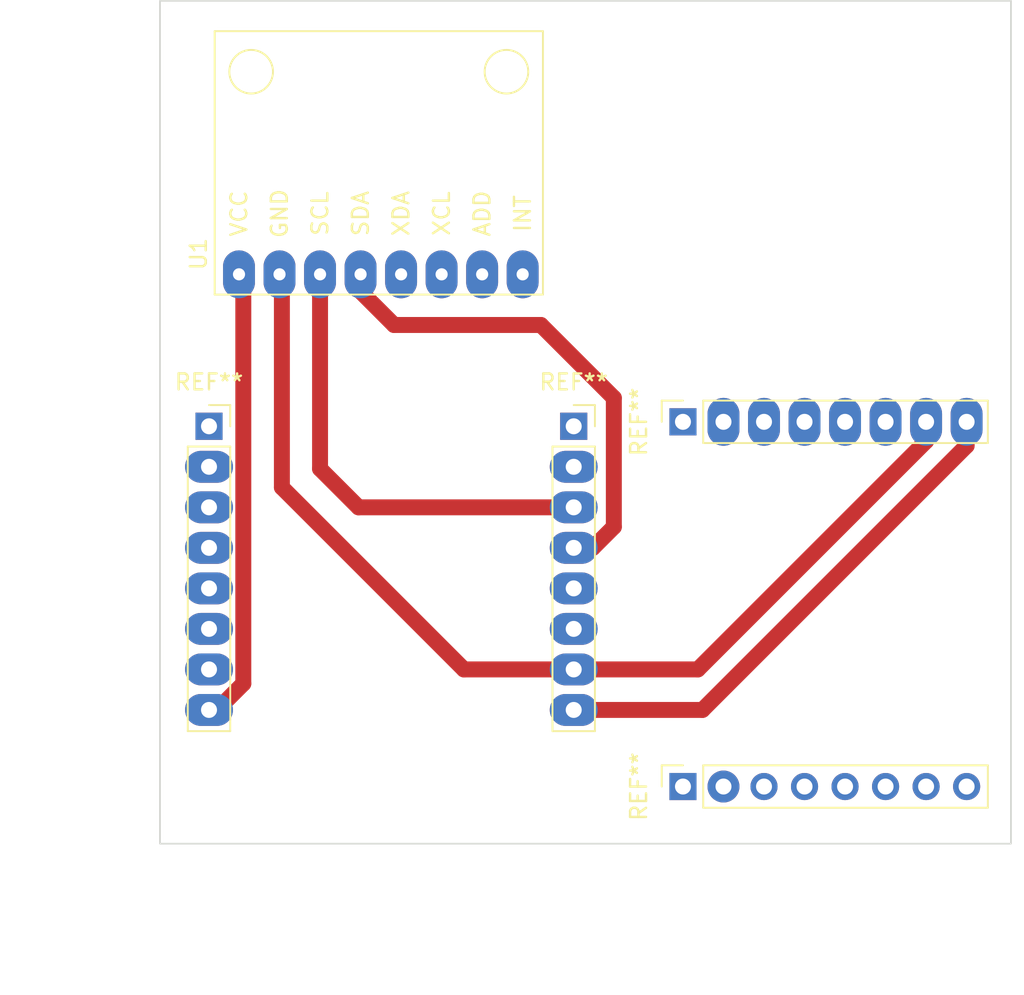
<source format=kicad_pcb>
(kicad_pcb (version 20211014) (generator pcbnew)
  (layers (0 "F.Cu" signal) (31 "B.Cu" signal) (34 "B.Paste" user) (35 "F.Paste" user) (36 "B.SilkS" user "B.Silkscreen") (37 "F.SilkS" user "F.Silkscreen") (38 "B.Mask" user) (39 "F.Mask" user) (44 "Edge.Cuts" user))
  (net 0 "")
  (net 1 "3v3")
  (net 2 "GND")
  (net 3 "Net-(U1-Pad3)")
  (net 4 "Net-(U1-Pad4)")
  (footprint "Connector_PinSocket_2.54mm:PinSocket_1x08_P2.54mm_Vertical" (layer "F.Cu") (at 144.9315 71.7545 90)
    (fp_text reference "REF**" (at 0 -2.77 90) (layer "F.SilkS"))
    (fp_text value "PinSocket_1x08_P2.54mm_Vertical")
    (fp_line (start 0 -1.33) (end 1.33 -1.33) (layer "F.SilkS") (width 0.12))
    (fp_line (start -1.33 1.27) (end -1.33 19.11) (layer "F.SilkS") (width 0.12))
    (fp_line (start -1.33 19.11) (end 1.33 19.11) (layer "F.SilkS") (width 0.12))
    (fp_line (start 1.33 -1.33) (end 1.33 0) (layer "F.SilkS") (width 0.12))
    (fp_line (start 1.33 1.27) (end 1.33 19.11) (layer "F.SilkS") (width 0.12))
    (fp_line (start -1.33 1.27) (end 1.33 1.27) (layer "F.SilkS") (width 0.12))
    (pad "1" thru_hole rect (at 0 0 90) (size 1.7 1.7) (drill 1) (layers *.Cu *.Mask))
    (pad "2" thru_hole oval (at 0 2.54 90) (size 3 2) (drill 1) (layers *.Cu *.Mask))
    (pad "3" thru_hole oval (at 0 5.08 90) (size 3 2) (drill 1) (layers *.Cu *.Mask))
    (pad "4" thru_hole oval (at 0 7.62 90) (size 3 2) (drill 1) (layers *.Cu *.Mask))
    (pad "5" thru_hole oval (at 0 10.16 90) (size 3 2) (drill 1) (layers *.Cu *.Mask))
    (pad "6" thru_hole oval (at 0 12.7 90) (size 3 2) (drill 1) (layers *.Cu *.Mask))
    (pad "7" thru_hole oval (at 0 15.24 90) (size 3 2) (drill 1) (layers *.Cu *.Mask) (net 2 "GND"))
    (pad "8" thru_hole oval (at 0 17.78 90) (size 3 2) (drill 1) (layers *.Cu *.Mask))
  )
  (footprint "Connector_PinSocket_2.54mm:PinSocket_1x08_P2.54mm_Vertical" (layer "F.Cu") (at 144.9315 94.6145 90)
    (fp_text reference "REF**" (at 0 -2.77 90) (layer "F.SilkS"))
    (fp_text value "PinSocket_1x08_P2.54mm_Vertical")
    (fp_line (start -1.33 1.27) (end 1.33 1.27) (layer "F.SilkS") (width 0.12))
    (fp_line (start 1.33 1.27) (end 1.33 19.11) (layer "F.SilkS") (width 0.12))
    (fp_line (start -1.33 1.27) (end -1.33 19.11) (layer "F.SilkS") (width 0.12))
    (fp_line (start -1.33 19.11) (end 1.33 19.11) (layer "F.SilkS") (width 0.12))
    (fp_line (start 0 -1.33) (end 1.33 -1.33) (layer "F.SilkS") (width 0.12))
    (fp_line (start 1.33 -1.33) (end 1.33 0) (layer "F.SilkS") (width 0.12))
    (pad "1" thru_hole rect (at 0 0 90) (size 1.7 1.7) (drill 1) (layers *.Cu *.Mask))
    (pad "2" thru_hole circle (at 0 2.54 90) (size 2 2) (drill 1) (layers *.Cu *.Mask))
    (pad "3" thru_hole oval (at 0 5.08 90) (size 1.7 1.7) (drill 1) (layers *.Cu *.Mask))
    (pad "4" thru_hole oval (at 0 7.62 90) (size 1.7 1.7) (drill 1) (layers *.Cu *.Mask))
    (pad "5" thru_hole oval (at 0 10.16 90) (size 1.7 1.7) (drill 1) (layers *.Cu *.Mask))
    (pad "6" thru_hole oval (at 0 12.7 90) (size 1.7 1.7) (drill 1) (layers *.Cu *.Mask))
    (pad "7" thru_hole oval (at 0 15.24 90) (size 1.7 1.7) (drill 1) (layers *.Cu *.Mask))
    (pad "8" thru_hole oval (at 0 17.78 90) (size 1.7 1.7) (drill 1) (layers *.Cu *.Mask))
  )
  (footprint "Connector_PinSocket_2.54mm:PinSocket_1x08_P2.54mm_Vertical" (layer "F.Cu") (at 138.0835 72.0335)
    (fp_text reference "REF**" (at 0 -2.77) (layer "F.SilkS"))
    (fp_text value "PinSocket_1x08_P2.54mm_Vertical")
    (fp_line (start 0 -1.33) (end 1.33 -1.33) (layer "F.SilkS") (width 0.12))
    (fp_line (start -1.33 1.27) (end -1.33 19.11) (layer "F.SilkS") (width 0.12))
    (fp_line (start -1.33 19.11) (end 1.33 19.11) (layer "F.SilkS") (width 0.12))
    (fp_line (start 1.33 -1.33) (end 1.33 0) (layer "F.SilkS") (width 0.12))
    (fp_line (start 1.33 1.27) (end 1.33 19.11) (layer "F.SilkS") (width 0.12))
    (fp_line (start -1.33 1.27) (end 1.33 1.27) (layer "F.SilkS") (width 0.12))
    (pad "1" thru_hole rect (at 0 0) (size 1.7 1.7) (drill 1) (layers *.Cu *.Mask))
    (pad "2" thru_hole oval (at 0 2.54) (size 3 2) (drill 1) (layers *.Cu *.Mask))
    (pad "3" thru_hole oval (at 0 5.08) (size 3 2) (drill 1) (layers *.Cu *.Mask) (net 3 "Net-(U1-Pad3)"))
    (pad "4" thru_hole oval (at 0 7.62) (size 3 2) (drill 1) (layers *.Cu *.Mask) (net 4 "Net-(U1-Pad4)"))
    (pad "5" thru_hole oval (at 0 10.16) (size 3 2) (drill 1) (layers *.Cu *.Mask))
    (pad "6" thru_hole oval (at 0 12.7) (size 3 2) (drill 1) (layers *.Cu *.Mask))
    (pad "7" thru_hole oval (at 0 15.24) (size 3 2) (drill 1) (layers *.Cu *.Mask) (net 2 "GND"))
    (pad "8" thru_hole oval (at 0 17.78) (size 3 2) (drill 1) (layers *.Cu *.Mask))
  )
  (footprint "Connector_PinSocket_2.54mm:PinSocket_1x08_P2.54mm_Vertical" (layer "F.Cu") (at 115.2235 72.0335)
    (fp_text reference "REF**" (at 0 -2.77) (layer "F.SilkS"))
    (fp_text value "PinSocket_1x08_P2.54mm_Vertical")
    (fp_line (start -1.33 1.27) (end 1.33 1.27) (layer "F.SilkS") (width 0.12))
    (fp_line (start 1.33 1.27) (end 1.33 19.11) (layer "F.SilkS") (width 0.12))
    (fp_line (start -1.33 1.27) (end -1.33 19.11) (layer "F.SilkS") (width 0.12))
    (fp_line (start -1.33 19.11) (end 1.33 19.11) (layer "F.SilkS") (width 0.12))
    (fp_line (start 0 -1.33) (end 1.33 -1.33) (layer "F.SilkS") (width 0.12))
    (fp_line (start 1.33 -1.33) (end 1.33 0) (layer "F.SilkS") (width 0.12))
    (pad "1" thru_hole rect (at 0 0) (size 1.7 1.7) (drill 1) (layers *.Cu *.Mask))
    (pad "2" thru_hole oval (at 0 2.54) (size 3 2) (drill 1) (layers *.Cu *.Mask))
    (pad "3" thru_hole oval (at 0 5.08) (size 3 2) (drill 1) (layers *.Cu *.Mask))
    (pad "4" thru_hole oval (at 0 7.62) (size 3 2) (drill 1) (layers *.Cu *.Mask))
    (pad "5" thru_hole oval (at 0 10.16) (size 3 2) (drill 1) (layers *.Cu *.Mask))
    (pad "6" thru_hole oval (at 0 12.7) (size 3 2) (drill 1) (layers *.Cu *.Mask))
    (pad "7" thru_hole oval (at 0 15.24) (size 3 2) (drill 1) (layers *.Cu *.Mask))
    (pad "8" thru_hole oval (at 0 17.78) (size 3 2) (drill 1) (layers *.Cu *.Mask) (net 1 "3v3"))
  )
  (footprint "usini_sensors:module_mpu6050" (layer "F.Cu") (at 134.8835 62.5085 90)
    (fp_text reference "U1" (at 1.27 -20.32 90) (layer "F.SilkS"))
    (fp_text value "module_mpu6050")
    (fp_text user "SCL" (at 3.81 -12.7 90) (layer "F.SilkS"))
    (fp_text user "SDA" (at 3.81 -10.16 90) (layer "F.SilkS"))
    (fp_text user "VCC" (at 3.81 -17.78 90) (layer "F.SilkS"))
    (fp_text user "INT" (at 3.81 0 90) (layer "F.SilkS"))
    (fp_text user "XDA" (at 3.81 -7.62 90) (layer "F.SilkS"))
    (fp_text user "ADD" (at 3.81 -2.54 90) (layer "F.SilkS"))
    (fp_text user "GND" (at 3.81 -15.24 90) (layer "F.SilkS"))
    (fp_text user "XCL" (at 3.81 -5.08 90) (layer "F.SilkS"))
    (fp_line (start 15.24 -19.304) (end 15.24 1.27) (layer "F.SilkS") (width 0.12))
    (fp_line (start 15.24 1.27) (end -1.27 1.27) (layer "F.SilkS") (width 0.12))
    (fp_line (start -1.27 -19.304) (end 15.24 -19.304) (layer "F.SilkS") (width 0.12))
    (fp_line (start -1.27 1.27) (end -1.27 -19.304) (layer "F.SilkS") (width 0.12))
    (fp_circle (center 12.7 -17.018) (end 13.208 -15.748) (layer "F.SilkS") (width 0.12) (fill none))
    (fp_circle (center 12.7 -1.016) (end 13.208 0.254) (layer "F.SilkS") (width 0.12) (fill none))
    (pad "1" thru_hole oval locked (at 0 -17.78 90) (size 3 2) (drill 0.762) (layers *.Cu *.Mask) (net 1 "3v3"))
    (pad "2" thru_hole oval locked (at 0 -15.24 90) (size 3 2) (drill 0.762) (layers *.Cu *.Mask) (net 2 "GND"))
    (pad "3" thru_hole oval locked (at 0 -12.7 90) (size 3 2) (drill 0.762) (layers *.Cu *.Mask) (net 3 "Net-(U1-Pad3)"))
    (pad "4" thru_hole oval locked (at 0 -10.16 90) (size 3 2) (drill 0.762) (layers *.Cu *.Mask) (net 4 "Net-(U1-Pad4)"))
    (pad "5" thru_hole oval locked (at 0 -7.62 90) (size 3 2) (drill 0.762) (layers *.Cu *.Mask))
    (pad "6" thru_hole oval locked (at 0 -5.08 90) (size 3 2) (drill 0.762) (layers *.Cu *.Mask))
    (pad "7" thru_hole oval locked (at 0 -2.54 90) (size 3 2) (drill 0.762) (layers *.Cu *.Mask))
    (pad "8" thru_hole oval locked (at 0 0 90) (size 3 2) (drill 0.762) (layers *.Cu *.Mask))
  )
  (gr_rect (start 112.1505 45.3635) (end 165.4905 98.1955) (layer "Edge.Cuts") (width 0.1) (fill none))
  (segment (start 162.7115 73.2545) (end 146.1525 89.8135) (width 1) (layer "F.Cu") (net 0))
  (segment (start 146.1525 89.8135) (end 138.0835 89.8135) (width 1) (layer "F.Cu") (net 0))
  (segment (start 162.7115 71.7545) (end 162.7115 73.2545) (width 1) (layer "F.Cu") (net 0))
  (segment (start 117.373011 62.778011) (end 117.373011 88.163858) (width 1) (layer "F.Cu") (net 1))
  (segment (start 115.723369 89.8135) (end 115.2235 89.8135) (width 1) (layer "F.Cu") (net 1))
  (segment (start 117.1035 62.5085) (end 117.373011 62.778011) (width 1) (layer "F.Cu") (net 1))
  (segment (start 117.373011 88.163858) (end 115.723369 89.8135) (width 1) (layer "F.Cu") (net 1))
  (segment (start 119.6435 63.58613) (end 119.79202 63.73465) (width 1) (layer "F.Cu") (net 2))
  (segment (start 119.6435 62.5085) (end 119.6435 63.58613) (width 1) (layer "F.Cu") (net 2))
  (segment (start 160.1715 71.7545) (end 160.1715 72.966512) (width 1) (layer "F.Cu") (net 2))
  (segment (start 131.2005 87.2735) (end 138.0835 87.2735) (width 1) (layer "F.Cu") (net 2))
  (segment (start 119.79202 75.86502) (end 131.2005 87.2735) (width 1) (layer "F.Cu") (net 2))
  (segment (start 160.1715 72.966512) (end 145.864512 87.2735) (width 1) (layer "F.Cu") (net 2))
  (segment (start 145.864512 87.2735) (end 138.0835 87.2735) (width 1) (layer "F.Cu") (net 2))
  (segment (start 119.79202 63.73465) (end 119.79202 75.86502) (width 1) (layer "F.Cu") (net 2))
  (segment (start 122.1835 62.5085) (end 122.1835 74.7005) (width 1) (layer "F.Cu") (net 3))
  (segment (start 122.1835 74.7005) (end 124.5965 77.1135) (width 1) (layer "F.Cu") (net 3))
  (segment (start 124.5965 77.1135) (end 138.0835 77.1135) (width 1) (layer "F.Cu") (net 3))
  (segment (start 124.7235 62.5085) (end 124.7235 63.58613) (width 1) (layer "F.Cu") (net 4))
  (segment (start 139.285581 79.6535) (end 138.0835 79.6535) (width 1) (layer "F.Cu") (net 4))
  (segment (start 124.7235 63.58613) (end 126.82087 65.6835) (width 1) (layer "F.Cu") (net 4))
  (segment (start 126.82087 65.6835) (end 136.0265 65.6835) (width 1) (layer "F.Cu") (net 4))
  (segment (start 140.5985 78.340581) (end 139.285581 79.6535) (width 1) (layer "F.Cu") (net 4))
  (segment (start 140.5985 70.2555) (end 140.5985 78.340581) (width 1) (layer "F.Cu") (net 4))
  (segment (start 136.0265 65.6835) (end 140.5985 70.2555) (width 1) (layer "F.Cu") (net 4))
)
</source>
